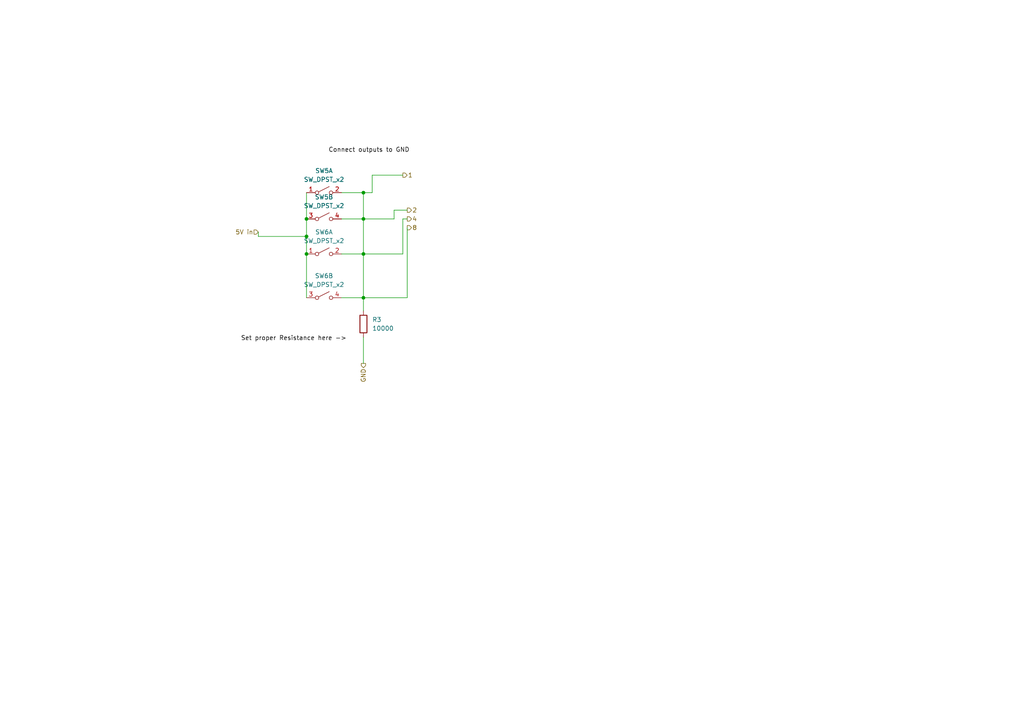
<source format=kicad_sch>
(kicad_sch (version 20231120) (generator "eeschema") (generator_version "8.0")
  (paper "A4")
  (lib_symbols
    (symbol "Device:R" (pin_numbers hide) (pin_names (offset 0))
      (property "Reference" "R" (at 2.032 0 90))
      (property "Value" "R" (at 0 0 90))
      (symbol "R_0_1"
        (rectangle (start -1.016 -2.54) (end 1.016 2.54) (stroke (width 0.254)))
      )
      (symbol "R_1_1"
        (pin passive line (at 0 3.81 270) (length 1.27) (name "~") (number "1"))
        (pin passive line (at 0 -3.81 90) (length 1.27) (name "~") (number "2"))
      )
    )
    (symbol "Switch:SW_DPST_x2" (pin_names (offset 0) hide)
      (property "Reference" "SW" (at 0 3.175 0))
      (property "Value" "SW_DPST_x2" (at 0 -2.54 0))
      (symbol "SW_DPST_x2_0_0"
        (circle (center -2.032 0) (radius 0.508))
        (polyline (pts (xy -1.524 0.254) (xy 1.524 1.778)))
        (circle (center 2.032 0) (radius 0.508))
      )
      (symbol "SW_DPST_x2_1_1"
        (pin passive line (at -5.08 0 0) (length 2.54) (name "A") (number "1"))
        (pin passive line (at 5.08 0 180) (length 2.54) (name "B") (number "2"))
      )
      (symbol "SW_DPST_x2_2_1"
        (pin passive line (at -5.08 0 0) (length 2.54) (name "A") (number "3"))
        (pin passive line (at 5.08 0 180) (length 2.54) (name "B") (number "4"))
      )
    )
  )
  (junction (at 88.9 73.66))
  (junction (at 105.41 73.66))
  (junction (at 105.41 63.5))
  (junction (at 105.41 55.88))
  (junction (at 105.41 86.36))
  (junction (at 88.9 68.58))
  (junction (at 88.9 63.5))
  (wire (pts (xy 107.95 50.8) (xy 116.84 50.8)))
  (wire (pts (xy 99.06 73.66) (xy 105.41 73.66)))
  (wire (pts (xy 99.06 55.88) (xy 105.41 55.88)))
  (wire (pts (xy 88.9 55.88) (xy 88.9 63.5)))
  (wire (pts (xy 118.11 86.36) (xy 105.41 86.36)))
  (wire (pts (xy 105.41 55.88) (xy 107.95 55.88)))
  (wire (pts (xy 105.41 86.36) (xy 99.06 86.36)))
  (wire (pts (xy 118.11 66.04) (xy 118.11 86.36)))
  (wire (pts (xy 74.93 68.58) (xy 88.9 68.58)))
  (wire (pts (xy 105.41 86.36) (xy 105.41 90.17)))
  (wire (pts (xy 107.95 55.88) (xy 107.95 50.8)))
  (wire (pts (xy 116.84 63.5) (xy 118.11 63.5)))
  (wire (pts (xy 88.9 73.66) (xy 88.9 86.36)))
  (wire (pts (xy 114.3 63.5) (xy 114.3 60.96)))
  (wire (pts (xy 88.9 63.5) (xy 88.9 68.58)))
  (wire (pts (xy 88.9 68.58) (xy 88.9 73.66)))
  (wire (pts (xy 114.3 60.96) (xy 118.11 60.96)))
  (wire (pts (xy 105.41 97.79) (xy 105.41 105.41)))
  (wire (pts (xy 105.41 73.66) (xy 116.84 73.66)))
  (wire (pts (xy 105.41 63.5) (xy 105.41 73.66)))
  (wire (pts (xy 105.41 73.66) (xy 105.41 86.36)))
  (wire (pts (xy 105.41 63.5) (xy 114.3 63.5)))
  (wire (pts (xy 105.41 55.88) (xy 105.41 63.5)))
  (wire (pts (xy 99.06 63.5) (xy 105.41 63.5)))
  (wire (pts (xy 74.93 68.58) (xy 74.93 67.31)))
  (wire (pts (xy 116.84 73.66) (xy 116.84 63.5)))
  (label "Set proper Resistance here ->" (at 69.85 99.06 0))
  (label "Connect outputs to GND" (at 95.25 44.45 0))
  (hierarchical_label "1" (shape output) (at 116.84 50.8 0))
  (hierarchical_label "2" (shape output) (at 118.11 60.96 0))
  (hierarchical_label "8" (shape output) (at 118.11 66.04 0))
  (hierarchical_label "4" (shape output) (at 118.11 63.5 0))
  (hierarchical_label "GND" (shape output) (at 105.41 105.41 270))
  (hierarchical_label "5V in" (shape input) (at 74.93 67.31 180))
  (symbol (lib_id "Switch:SW_DPST_x2") (at 93.98 63.5 0) (unit 2)
    (property "Reference" "SW3" (at 93.98 57.15 0))
    (property "Value" "SW_DPST_x2" (at 93.98 59.69 0))
    (property "Description" "Single Pole Single Throw (SPST) switch, separate symbol" (effects (hide yes)))
    (instances (project "to_ROMRAM_using_SWRegisters" (path "" (reference "SW5") (unit 2)) (path "" (reference "SW13") (unit 2)) (path "" (reference "SW25") (unit 2)) (path "" (reference "SW21") (unit 2)) (path "" (reference "SW3") (unit 2)) (path "" (reference "SW29") (unit 2)) (path "" (reference "SW23") (unit 2)) (path "" (reference "SW11") (unit 2)) (path "" (reference "SW9") (unit 2)) (path "" (reference "SW1") (unit 2)) (path "" (reference "SW31") (unit 2)) (path "" (reference "SW7") (unit 2)) (path "" (reference "SW17") (unit 2)) (path "" (reference "SW27") (unit 2)) (path "" (reference "SW15") (unit 2)) (path "" (reference "SW19") (unit 2))))
  )
  (symbol (lib_id "Switch:SW_DPST_x2") (at 93.98 86.36 0) (unit 2)
    (property "Reference" "SW4" (at 93.98 80.01 0))
    (property "Value" "SW_DPST_x2" (at 93.98 82.55 0))
    (property "Description" "Single Pole Single Throw (SPST) switch, separate symbol" (effects (hide yes)))
    (instances (project "to_ROMRAM_using_SWRegisters" (path "" (reference "SW6") (unit 2)) (path "" (reference "SW14") (unit 2)) (path "" (reference "SW26") (unit 2)) (path "" (reference "SW22") (unit 2)) (path "" (reference "SW4") (unit 2)) (path "" (reference "SW30") (unit 2)) (path "" (reference "SW24") (unit 2)) (path "" (reference "SW12") (unit 2)) (path "" (reference "SW10") (unit 2)) (path "" (reference "SW2") (unit 2)) (path "" (reference "SW32") (unit 2)) (path "" (reference "SW8") (unit 2)) (path "" (reference "SW18") (unit 2)) (path "" (reference "SW28") (unit 2)) (path "" (reference "SW16") (unit 2)) (path "" (reference "SW20") (unit 2))))
  )
  (symbol (lib_id "Device:R") (at 105.41 93.98 0) (unit 1)
    (property "Reference" "R2" (at 107.95 92.7099 0) (effects (justify left)))
    (property "Value" "10000" (at 107.95 95.2499 0) (effects (justify left)))
    (property "Description" "Resistor" (effects (hide yes)))
    (instances (project "to_ROMRAM_using_SWRegisters" (path "" (reference "R3") (unit 1)) (path "" (reference "R7") (unit 1)) (path "" (reference "R13") (unit 1)) (path "" (reference "R11") (unit 1)) (path "" (reference "R15") (unit 1)) (path "" (reference "R12") (unit 1)) (path "" (reference "R6") (unit 1)) (path "" (reference "R5") (unit 1)) (path "" (reference "R2") (unit 1)) (path "" (reference "R16") (unit 1)) (path "" (reference "R4") (unit 1)) (path "" (reference "R9") (unit 1)) (path "" (reference "R14") (unit 1)) (path "" (reference "R8") (unit 1)) (path "" (reference "R10") (unit 1))))
  )
  (symbol (lib_id "Switch:SW_DPST_x2") (at 93.98 73.66 0) (unit 1)
    (property "Reference" "SW4" (at 93.98 67.31 0))
    (property "Value" "SW_DPST_x2" (at 93.98 69.85 0))
    (property "Description" "Single Pole Single Throw (SPST) switch, separate symbol" (effects (hide yes)))
    (instances (project "to_ROMRAM_using_SWRegisters" (path "" (reference "SW6") (unit 1)) (path "" (reference "SW14") (unit 1)) (path "" (reference "SW26") (unit 1)) (path "" (reference "SW22") (unit 1)) (path "" (reference "SW4") (unit 1)) (path "" (reference "SW30") (unit 1)) (path "" (reference "SW24") (unit 1)) (path "" (reference "SW12") (unit 1)) (path "" (reference "SW10") (unit 1)) (path "" (reference "SW2") (unit 1)) (path "" (reference "SW32") (unit 1)) (path "" (reference "SW8") (unit 1)) (path "" (reference "SW18") (unit 1)) (path "" (reference "SW28") (unit 1)) (path "" (reference "SW16") (unit 1)) (path "" (reference "SW20") (unit 1))))
  )
  (symbol (lib_id "Switch:SW_DPST_x2") (at 93.98 55.88 0) (unit 1)
    (property "Reference" "SW3" (at 93.98 49.53 0))
    (property "Value" "SW_DPST_x2" (at 93.98 52.07 0))
    (property "Description" "Single Pole Single Throw (SPST) switch, separate symbol" (effects (hide yes)))
    (instances (project "to_ROMRAM_using_SWRegisters" (path "" (reference "SW5") (unit 1)) (path "" (reference "SW13") (unit 1)) (path "" (reference "SW25") (unit 1)) (path "" (reference "SW21") (unit 1)) (path "" (reference "SW3") (unit 1)) (path "" (reference "SW29") (unit 1)) (path "" (reference "SW23") (unit 1)) (path "" (reference "SW11") (unit 1)) (path "" (reference "SW9") (unit 1)) (path "" (reference "SW1") (unit 1)) (path "" (reference "SW31") (unit 1)) (path "" (reference "SW7") (unit 1)) (path "" (reference "SW17") (unit 1)) (path "" (reference "SW27") (unit 1)) (path "" (reference "SW15") (unit 1)) (path "" (reference "SW19") (unit 1))))
  )
)
</source>
